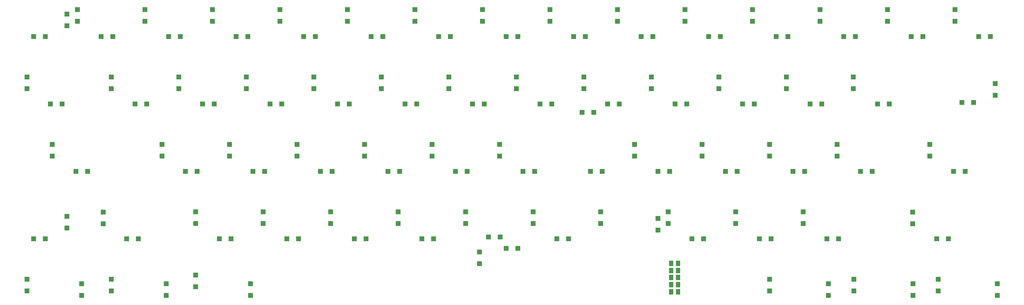
<source format=gbr>
G04 EAGLE Gerber RS-274X export*
G75*
%MOMM*%
%FSLAX34Y34*%
%LPD*%
%INSolderpaste Bottom*%
%IPPOS*%
%AMOC8*
5,1,8,0,0,1.08239X$1,22.5*%
G01*
%ADD10R,1.397000X1.397000*%
%ADD11R,1.300000X1.600000*%


D10*
X392906Y849948D03*
X392906Y816928D03*
X583406Y849948D03*
X583406Y816928D03*
X773906Y849948D03*
X773906Y816928D03*
X2488406Y849948D03*
X2488406Y816928D03*
X2297906Y849948D03*
X2297906Y816928D03*
X2107406Y849948D03*
X2107406Y816928D03*
X1916906Y849948D03*
X1916906Y816928D03*
X1726406Y849948D03*
X1726406Y816928D03*
X1535906Y849948D03*
X1535906Y816928D03*
X1345406Y849948D03*
X1345406Y816928D03*
X1154906Y849948D03*
X1154906Y816928D03*
X964406Y849948D03*
X964406Y816928D03*
X59531Y659448D03*
X59531Y626428D03*
X2012156Y659448D03*
X2012156Y626428D03*
X2678906Y849948D03*
X2678906Y816928D03*
X1059656Y659448D03*
X1059656Y626428D03*
X869156Y659448D03*
X869156Y626428D03*
X678656Y659448D03*
X678656Y626428D03*
X2391688Y660176D03*
X2391688Y627156D03*
X1821656Y659448D03*
X1821656Y626428D03*
X1631156Y659448D03*
X1631156Y626428D03*
X2792016Y641588D03*
X2792016Y608568D03*
X1250156Y659448D03*
X1250156Y626428D03*
X2202656Y659448D03*
X2202656Y626428D03*
X1440656Y659448D03*
X1440656Y626428D03*
X488156Y659448D03*
X488156Y626428D03*
X202406Y849948D03*
X202406Y816928D03*
X297656Y659448D03*
X297656Y626428D03*
X172641Y838041D03*
X172641Y805021D03*
X492760Y773906D03*
X459740Y773906D03*
X683260Y773906D03*
X650240Y773906D03*
X873760Y773906D03*
X840740Y773906D03*
X2588260Y773906D03*
X2555240Y773906D03*
X2397760Y773906D03*
X2364740Y773906D03*
X2207260Y773906D03*
X2174240Y773906D03*
X2016760Y773906D03*
X1983740Y773906D03*
X1826260Y773906D03*
X1793240Y773906D03*
X1635760Y773906D03*
X1602740Y773906D03*
X1445260Y773906D03*
X1412240Y773906D03*
X1254760Y773906D03*
X1221740Y773906D03*
X1064260Y773906D03*
X1031240Y773906D03*
X159385Y583406D03*
X126365Y583406D03*
X2112010Y583406D03*
X2078990Y583406D03*
X2778760Y773906D03*
X2745740Y773906D03*
X1159510Y583406D03*
X1126490Y583406D03*
X969010Y583406D03*
X935990Y583406D03*
X778510Y583406D03*
X745490Y583406D03*
X2493010Y583406D03*
X2459990Y583406D03*
X1921510Y583406D03*
X1888490Y583406D03*
X1731010Y583406D03*
X1697990Y583406D03*
X2730860Y588232D03*
X2697840Y588232D03*
X1350010Y583406D03*
X1316990Y583406D03*
X2302510Y583406D03*
X2269490Y583406D03*
X1540510Y583406D03*
X1507490Y583406D03*
X588010Y583406D03*
X554990Y583406D03*
X302260Y773906D03*
X269240Y773906D03*
X397510Y583406D03*
X364490Y583406D03*
X111760Y773906D03*
X78740Y773906D03*
X2607469Y468948D03*
X2607469Y435928D03*
X2345531Y468948D03*
X2345531Y435928D03*
X2155031Y468948D03*
X2155031Y435928D03*
X1964531Y468948D03*
X1964531Y435928D03*
X1774031Y468948D03*
X1774031Y435928D03*
X1626553Y559594D03*
X1659573Y559594D03*
X1393031Y468948D03*
X1393031Y435928D03*
X1202531Y468948D03*
X1202531Y435928D03*
X1012031Y468948D03*
X1012031Y435928D03*
X821531Y468948D03*
X821531Y435928D03*
X631031Y468948D03*
X631031Y435928D03*
X440531Y468948D03*
X440531Y435928D03*
X130969Y468948D03*
X130969Y435928D03*
X2707323Y392906D03*
X2674303Y392906D03*
X2445385Y392906D03*
X2412365Y392906D03*
X2254885Y392906D03*
X2221865Y392906D03*
X2064385Y392906D03*
X2031365Y392906D03*
X1873885Y392906D03*
X1840865Y392906D03*
X1683385Y392906D03*
X1650365Y392906D03*
X1492885Y392906D03*
X1459865Y392906D03*
X1302385Y392906D03*
X1269365Y392906D03*
X1111885Y392906D03*
X1078865Y392906D03*
X921385Y392906D03*
X888365Y392906D03*
X730885Y392906D03*
X697865Y392906D03*
X230823Y392906D03*
X197803Y392906D03*
X540385Y392906D03*
X507365Y392906D03*
X2559595Y277940D03*
X2559595Y244920D03*
X2250281Y278448D03*
X2250281Y245428D03*
X2059781Y278448D03*
X2059781Y245428D03*
X1869281Y278448D03*
X1869281Y245428D03*
X1678781Y278448D03*
X1678781Y245428D03*
X1488281Y278448D03*
X1488281Y245428D03*
X1297781Y278448D03*
X1297781Y245428D03*
X1107281Y278448D03*
X1107281Y245428D03*
X916781Y278448D03*
X916781Y245428D03*
X726281Y278448D03*
X726281Y245428D03*
X535781Y278448D03*
X535781Y245428D03*
X275147Y277940D03*
X275147Y244920D03*
X172641Y266541D03*
X172641Y233521D03*
X2659698Y202406D03*
X2626678Y202406D03*
X2350135Y202406D03*
X2317115Y202406D03*
X2159635Y202406D03*
X2126615Y202406D03*
X1969135Y202406D03*
X1936115Y202406D03*
X1840094Y260510D03*
X1840094Y227490D03*
X1588135Y202406D03*
X1555115Y202406D03*
X1394800Y207962D03*
X1361780Y207962D03*
X1207135Y202406D03*
X1174115Y202406D03*
X1016635Y202406D03*
X983615Y202406D03*
X826135Y202406D03*
X793115Y202406D03*
X635635Y202406D03*
X602615Y202406D03*
X111760Y202406D03*
X78740Y202406D03*
X373698Y202406D03*
X340678Y202406D03*
X2631281Y87948D03*
X2631281Y54928D03*
X2393156Y87948D03*
X2393156Y54928D03*
X1336855Y165201D03*
X1336855Y132181D03*
X297656Y87948D03*
X297656Y54928D03*
X59531Y87948D03*
X59531Y54928D03*
X2797969Y43021D03*
X2797969Y76041D03*
X2559844Y43021D03*
X2559844Y76041D03*
X1412129Y175533D03*
X1445149Y175533D03*
X452438Y76041D03*
X452438Y43021D03*
X214313Y43021D03*
X214313Y76041D03*
X535781Y99854D03*
X535781Y66834D03*
X690563Y76041D03*
X690563Y43021D03*
X2155031Y87948D03*
X2155031Y54928D03*
X2321719Y43021D03*
X2321719Y76041D03*
D11*
X1877563Y133125D03*
X1897563Y133125D03*
X1877563Y113125D03*
X1897563Y113125D03*
X1877563Y93125D03*
X1897563Y93125D03*
X1877563Y73125D03*
X1897563Y73125D03*
X1897563Y53125D03*
X1877563Y53125D03*
M02*

</source>
